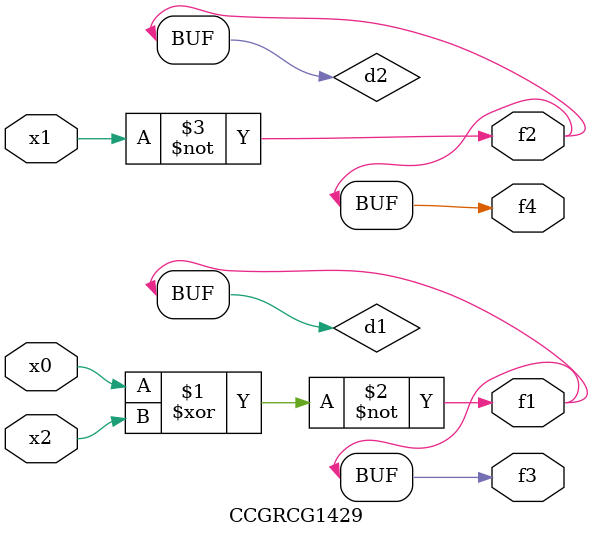
<source format=v>
module CCGRCG1429(
	input x0, x1, x2,
	output f1, f2, f3, f4
);

	wire d1, d2, d3;

	xnor (d1, x0, x2);
	nand (d2, x1);
	nor (d3, x1, x2);
	assign f1 = d1;
	assign f2 = d2;
	assign f3 = d1;
	assign f4 = d2;
endmodule

</source>
